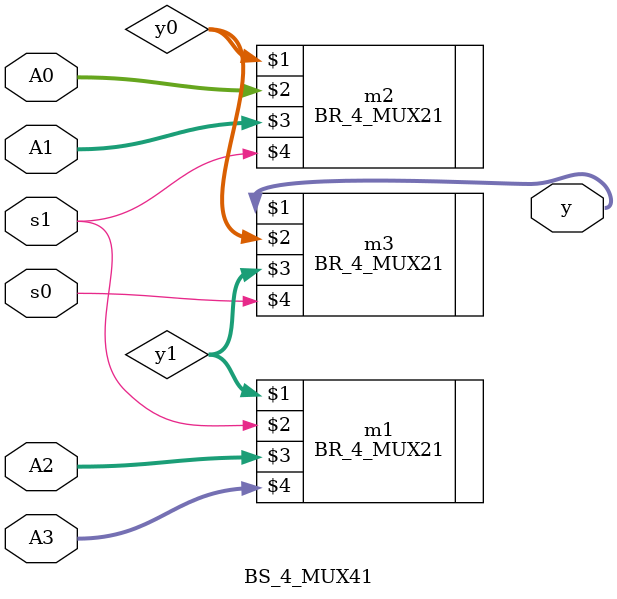
<source format=v>
`timescale 1ns / 1ps


module BS_4_MUX41(output [3:0]y,input s0, s1,input [3:0]A0,A1,A2,A3);

//BR_4_MUX21(output [0:3]data,input s,input [0:3]a,b);
 wire [3:0]y0, y1;
BR_4_MUX21 m1(y1,s1, A2, A3);
BR_4_MUX21 m2(y0, A0, A1,s1);
BR_4_MUX21 m3(y, y0, y1,s0);

endmodule

</source>
